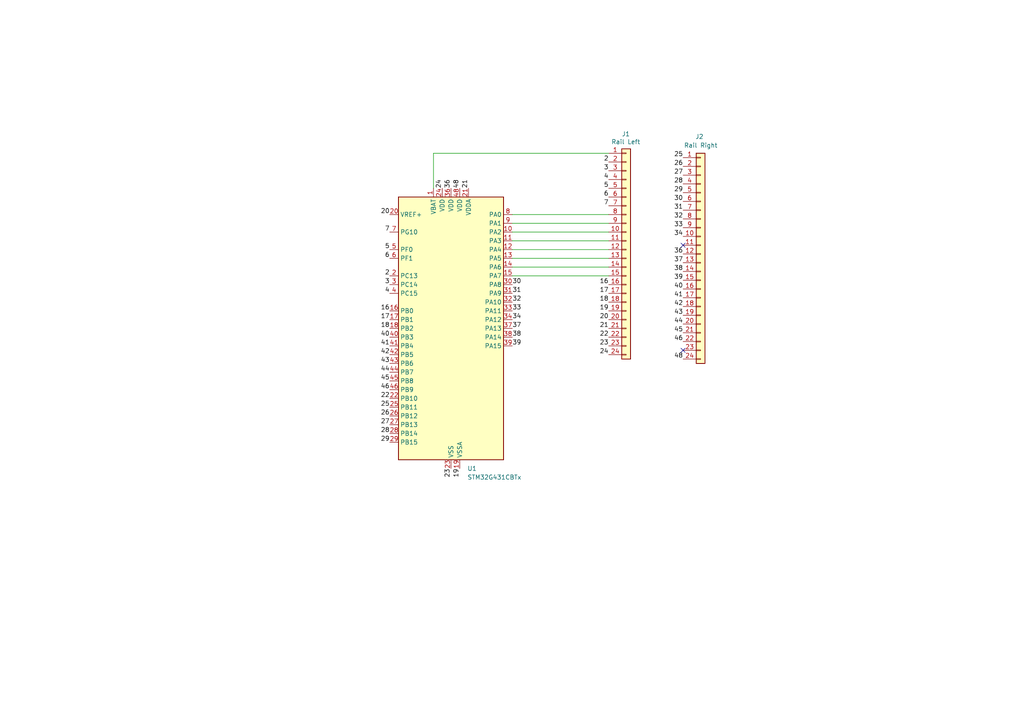
<source format=kicad_sch>
(kicad_sch (version 20231120) (generator "eeschema") (generator_version "8.0")
  (paper "A4")
  (lib_symbols
    (symbol "Connector_Generic:Conn_01x24" (pin_names (offset 1.016) hide)
      (property "Reference" "J" (at 0 30.48 0))
      (property "Value" "Conn_01x24" (at 0 -33.02 0))
      (symbol "Conn_01x24_1_1"
        (rectangle (start -1.27 -30.353) (end 0 -30.607) (stroke (width 0.1524)))
        (rectangle (start -1.27 -27.813) (end 0 -28.067) (stroke (width 0.1524)))
        (rectangle (start -1.27 -25.273) (end 0 -25.527) (stroke (width 0.1524)))
        (rectangle (start -1.27 -22.733) (end 0 -22.987) (stroke (width 0.1524)))
        (rectangle (start -1.27 -20.193) (end 0 -20.447) (stroke (width 0.1524)))
        (rectangle (start -1.27 -17.653) (end 0 -17.907) (stroke (width 0.1524)))
        (rectangle (start -1.27 -15.113) (end 0 -15.367) (stroke (width 0.1524)))
        (rectangle (start -1.27 -12.573) (end 0 -12.827) (stroke (width 0.1524)))
        (rectangle (start -1.27 -10.033) (end 0 -10.287) (stroke (width 0.1524)))
        (rectangle (start -1.27 -7.493) (end 0 -7.747) (stroke (width 0.1524)))
        (rectangle (start -1.27 -4.953) (end 0 -5.207) (stroke (width 0.1524)))
        (rectangle (start -1.27 -2.413) (end 0 -2.667) (stroke (width 0.1524)))
        (rectangle (start -1.27 0.127) (end 0 -0.127) (stroke (width 0.1524)))
        (rectangle (start -1.27 2.667) (end 0 2.413) (stroke (width 0.1524)))
        (rectangle (start -1.27 5.207) (end 0 4.953) (stroke (width 0.1524)))
        (rectangle (start -1.27 7.747) (end 0 7.493) (stroke (width 0.1524)))
        (rectangle (start -1.27 10.287) (end 0 10.033) (stroke (width 0.1524)))
        (rectangle (start -1.27 12.827) (end 0 12.573) (stroke (width 0.1524)))
        (rectangle (start -1.27 15.367) (end 0 15.113) (stroke (width 0.1524)))
        (rectangle (start -1.27 17.907) (end 0 17.653) (stroke (width 0.1524)))
        (rectangle (start -1.27 20.447) (end 0 20.193) (stroke (width 0.1524)))
        (rectangle (start -1.27 22.987) (end 0 22.733) (stroke (width 0.1524)))
        (rectangle (start -1.27 25.527) (end 0 25.273) (stroke (width 0.1524)))
        (rectangle (start -1.27 28.067) (end 0 27.813) (stroke (width 0.1524)))
        (rectangle (start -1.27 29.21) (end 1.27 -31.75) (stroke (width 0.254)) (fill (type background)))
        (pin passive line (at -5.08 27.94 0) (length 3.81) (name "Pin_1") (number "1"))
        (pin passive line (at -5.08 5.08 0) (length 3.81) (name "Pin_10") (number "10"))
        (pin passive line (at -5.08 2.54 0) (length 3.81) (name "Pin_11") (number "11"))
        (pin passive line (at -5.08 0 0) (length 3.81) (name "Pin_12") (number "12"))
        (pin passive line (at -5.08 -2.54 0) (length 3.81) (name "Pin_13") (number "13"))
        (pin passive line (at -5.08 -5.08 0) (length 3.81) (name "Pin_14") (number "14"))
        (pin passive line (at -5.08 -7.62 0) (length 3.81) (name "Pin_15") (number "15"))
        (pin passive line (at -5.08 -10.16 0) (length 3.81) (name "Pin_16") (number "16"))
        (pin passive line (at -5.08 -12.7 0) (length 3.81) (name "Pin_17") (number "17"))
        (pin passive line (at -5.08 -15.24 0) (length 3.81) (name "Pin_18") (number "18"))
        (pin passive line (at -5.08 -17.78 0) (length 3.81) (name "Pin_19") (number "19"))
        (pin passive line (at -5.08 25.4 0) (length 3.81) (name "Pin_2") (number "2"))
        (pin passive line (at -5.08 -20.32 0) (length 3.81) (name "Pin_20") (number "20"))
        (pin passive line (at -5.08 -22.86 0) (length 3.81) (name "Pin_21") (number "21"))
        (pin passive line (at -5.08 -25.4 0) (length 3.81) (name "Pin_22") (number "22"))
        (pin passive line (at -5.08 -27.94 0) (length 3.81) (name "Pin_23") (number "23"))
        (pin passive line (at -5.08 -30.48 0) (length 3.81) (name "Pin_24") (number "24"))
        (pin passive line (at -5.08 22.86 0) (length 3.81) (name "Pin_3") (number "3"))
        (pin passive line (at -5.08 20.32 0) (length 3.81) (name "Pin_4") (number "4"))
        (pin passive line (at -5.08 17.78 0) (length 3.81) (name "Pin_5") (number "5"))
        (pin passive line (at -5.08 15.24 0) (length 3.81) (name "Pin_6") (number "6"))
        (pin passive line (at -5.08 12.7 0) (length 3.81) (name "Pin_7") (number "7"))
        (pin passive line (at -5.08 10.16 0) (length 3.81) (name "Pin_8") (number "8"))
        (pin passive line (at -5.08 7.62 0) (length 3.81) (name "Pin_9") (number "9"))
      )
    )
    (symbol "MCU_ST_STM32G4:STM32G431CBTx"
      (property "Reference" "U" (at -15.24 39.37 0))
      (property "Value" "STM32G431CBTx" (at 7.62 39.37 0))
      (symbol "STM32G431CBTx_0_1"
        (rectangle (start -15.24 -38.1) (end 15.24 38.1) (stroke (width 0.254)) (fill (type background)))
      )
      (symbol "STM32G431CBTx_1_1"
        (pin power_in line (at -5.08 40.64 270) (length 2.54) (name "VBAT") (number "1"))
        (pin bidirectional line (at 17.78 27.94 180) (length 2.54) (name "PA2") (number "10"))
        (pin bidirectional line (at 17.78 25.4 180) (length 2.54) (name "PA3") (number "11"))
        (pin bidirectional line (at 17.78 22.86 180) (length 2.54) (name "PA4") (number "12"))
        (pin bidirectional line (at 17.78 20.32 180) (length 2.54) (name "PA5") (number "13"))
        (pin bidirectional line (at 17.78 17.78 180) (length 2.54) (name "PA6") (number "14"))
        (pin bidirectional line (at 17.78 15.24 180) (length 2.54) (name "PA7") (number "15"))
        (pin bidirectional line (at -17.78 5.08 0) (length 2.54) (name "PB0") (number "16"))
        (pin bidirectional line (at -17.78 2.54 0) (length 2.54) (name "PB1") (number "17"))
        (pin bidirectional line (at -17.78 0 0) (length 2.54) (name "PB2") (number "18"))
        (pin power_in line (at 2.54 -40.64 90) (length 2.54) (name "VSSA") (number "19"))
        (pin bidirectional line (at -17.78 15.24 0) (length 2.54) (name "PC13") (number "2"))
        (pin input line (at -17.78 33.02 0) (length 2.54) (name "VREF+") (number "20"))
        (pin power_in line (at 5.08 40.64 270) (length 2.54) (name "VDDA") (number "21"))
        (pin bidirectional line (at -17.78 -20.32 0) (length 2.54) (name "PB10") (number "22"))
        (pin power_in line (at 0 -40.64 90) (length 2.54) (name "VSS") (number "23"))
        (pin power_in line (at -2.54 40.64 270) (length 2.54) (name "VDD") (number "24"))
        (pin bidirectional line (at -17.78 -22.86 0) (length 2.54) (name "PB11") (number "25"))
        (pin bidirectional line (at -17.78 -25.4 0) (length 2.54) (name "PB12") (number "26"))
        (pin bidirectional line (at -17.78 -27.94 0) (length 2.54) (name "PB13") (number "27"))
        (pin bidirectional line (at -17.78 -30.48 0) (length 2.54) (name "PB14") (number "28"))
        (pin bidirectional line (at -17.78 -33.02 0) (length 2.54) (name "PB15") (number "29"))
        (pin bidirectional line (at -17.78 12.7 0) (length 2.54) (name "PC14") (number "3"))
        (pin bidirectional line (at 17.78 12.7 180) (length 2.54) (name "PA8") (number "30"))
        (pin bidirectional line (at 17.78 10.16 180) (length 2.54) (name "PA9") (number "31"))
        (pin bidirectional line (at 17.78 7.62 180) (length 2.54) (name "PA10") (number "32"))
        (pin bidirectional line (at 17.78 5.08 180) (length 2.54) (name "PA11") (number "33"))
        (pin bidirectional line (at 17.78 2.54 180) (length 2.54) (name "PA12") (number "34"))
        (pin passive line (at 0 -40.64 90) (length 2.54) hide (name "VSS") (number "35"))
        (pin power_in line (at 0 40.64 270) (length 2.54) (name "VDD") (number "36"))
        (pin bidirectional line (at 17.78 0 180) (length 2.54) (name "PA13") (number "37"))
        (pin bidirectional line (at 17.78 -2.54 180) (length 2.54) (name "PA14") (number "38"))
        (pin bidirectional line (at 17.78 -5.08 180) (length 2.54) (name "PA15") (number "39"))
        (pin bidirectional line (at -17.78 10.16 0) (length 2.54) (name "PC15") (number "4"))
        (pin bidirectional line (at -17.78 -2.54 0) (length 2.54) (name "PB3") (number "40"))
        (pin bidirectional line (at -17.78 -5.08 0) (length 2.54) (name "PB4") (number "41"))
        (pin bidirectional line (at -17.78 -7.62 0) (length 2.54) (name "PB5") (number "42"))
        (pin bidirectional line (at -17.78 -10.16 0) (length 2.54) (name "PB6") (number "43"))
        (pin bidirectional line (at -17.78 -12.7 0) (length 2.54) (name "PB7") (number "44"))
        (pin bidirectional line (at -17.78 -15.24 0) (length 2.54) (name "PB8") (number "45"))
        (pin bidirectional line (at -17.78 -17.78 0) (length 2.54) (name "PB9") (number "46"))
        (pin passive line (at 0 -40.64 90) (length 2.54) hide (name "VSS") (number "47"))
        (pin power_in line (at 2.54 40.64 270) (length 2.54) (name "VDD") (number "48"))
        (pin bidirectional line (at -17.78 22.86 0) (length 2.54) (name "PF0") (number "5"))
        (pin bidirectional line (at -17.78 20.32 0) (length 2.54) (name "PF1") (number "6"))
        (pin bidirectional line (at -17.78 27.94 0) (length 2.54) (name "PG10") (number "7"))
        (pin bidirectional line (at 17.78 33.02 180) (length 2.54) (name "PA0") (number "8"))
        (pin bidirectional line (at 17.78 30.48 180) (length 2.54) (name "PA1") (number "9"))
      )
    )
  )
  (no_connect (at 198.12 101.6))
  (no_connect (at 198.12 71.12))
  (wire (pts (xy 148.59 77.47) (xy 176.53 77.47)))
  (wire (pts (xy 148.59 67.31) (xy 176.53 67.31)))
  (wire (pts (xy 125.73 44.45) (xy 176.53 44.45)))
  (wire (pts (xy 148.59 74.93) (xy 176.53 74.93)))
  (wire (pts (xy 148.59 64.77) (xy 176.53 64.77)))
  (wire (pts (xy 148.59 62.23) (xy 176.53 62.23)))
  (wire (pts (xy 148.59 69.85) (xy 176.53 69.85)))
  (wire (pts (xy 125.73 54.61) (xy 125.73 44.45)))
  (wire (pts (xy 148.59 80.01) (xy 176.53 80.01)))
  (wire (pts (xy 148.59 72.39) (xy 176.53 72.39)))
  (label "40" (at 198.12 83.82 180))
  (label "33" (at 198.12 66.04 180))
  (label "6" (at 113.03 74.93 180))
  (label "20" (at 113.03 62.23 180))
  (label "41" (at 198.12 86.36 180))
  (label "18" (at 176.53 87.63 180))
  (label "33" (at 148.59 90.17 0))
  (label "19" (at 133.35 135.89 270))
  (label "25" (at 198.12 45.72 180))
  (label "25" (at 113.03 118.11 180))
  (label "23" (at 130.81 135.89 270))
  (label "27" (at 198.12 50.8 180))
  (label "41" (at 113.03 100.33 180))
  (label "5" (at 113.03 72.39 180))
  (label "36" (at 198.12 73.66 180))
  (label "22" (at 176.53 97.79 180))
  (label "30" (at 198.12 58.42 180))
  (label "2" (at 113.03 80.01 180))
  (label "37" (at 148.59 95.25 0))
  (label "21" (at 135.89 54.61 90))
  (label "18" (at 113.03 95.25 180))
  (label "7" (at 113.03 67.31 180))
  (label "21" (at 176.53 95.25 180))
  (label "2" (at 176.53 46.99 180))
  (label "48" (at 198.12 104.14 180))
  (label "34" (at 198.12 68.58 180))
  (label "27" (at 113.03 123.19 180))
  (label "17" (at 176.53 85.09 180))
  (label "22" (at 113.03 115.57 180))
  (label "44" (at 113.03 107.95 180))
  (label "7" (at 176.53 59.69 180))
  (label "46" (at 198.12 99.06 180))
  (label "32" (at 198.12 63.5 180))
  (label "43" (at 113.03 105.41 180))
  (label "46" (at 113.03 113.03 180))
  (label "42" (at 198.12 88.9 180))
  (label "19" (at 176.53 90.17 180))
  (label "31" (at 198.12 60.96 180))
  (label "42" (at 113.03 102.87 180))
  (label "39" (at 198.12 81.28 180))
  (label "38" (at 148.59 97.79 0))
  (label "34" (at 148.59 92.71 0))
  (label "36" (at 130.81 54.61 90))
  (label "28" (at 198.12 53.34 180))
  (label "3" (at 113.03 82.55 180))
  (label "30" (at 148.59 82.55 0))
  (label "40" (at 113.03 97.79 180))
  (label "6" (at 176.53 57.15 180))
  (label "26" (at 113.03 120.65 180))
  (label "23" (at 176.53 100.33 180))
  (label "4" (at 176.53 52.07 180))
  (label "17" (at 113.03 92.71 180))
  (label "39" (at 148.59 100.33 0))
  (label "20" (at 176.53 92.71 180))
  (label "24" (at 128.27 54.61 90))
  (label "4" (at 113.03 85.09 180))
  (label "29" (at 198.12 55.88 180))
  (label "3" (at 176.53 49.53 180))
  (label "44" (at 198.12 93.98 180))
  (label "29" (at 113.03 128.27 180))
  (label "5" (at 176.53 54.61 180))
  (label "24" (at 176.53 102.87 180))
  (label "43" (at 198.12 91.44 180))
  (label "16" (at 113.03 90.17 180))
  (label "48" (at 133.35 54.61 90))
  (label "31" (at 148.59 85.09 0))
  (label "45" (at 113.03 110.49 180))
  (label "38" (at 198.12 78.74 180))
  (label "16" (at 176.53 82.55 180))
  (label "45" (at 198.12 96.52 180))
  (label "37" (at 198.12 76.2 180))
  (label "26" (at 198.12 48.26 180))
  (label "28" (at 113.03 125.73 180))
  (label "32" (at 148.59 87.63 0))
  (symbol (lib_id "Connector_Generic:Conn_01x24") (at 181.61 72.39 0) (unit 1)
    (property "Reference" "J1" (at 180.34 38.862 0) (effects (justify left)))
    (property "Value" "Rail Left" (at 177.292 41.148 0) (effects (justify left)))
    (property "Footprint" "Connector_PinHeader_2.54mm:PinHeader_1x24_P2.54mm_Vertical" (effects (hide yes)))
    (property "Description" "Generic connector, single row, 01x24, script generated (kicad-library-utils/schlib/autogen/connector/)" (effects (hide yes)))
  )
  (symbol (lib_id "MCU_ST_STM32G4:STM32G431CBTx") (at 130.81 95.25 0) (unit 1)
    (property "Reference" "U1" (at 135.5441 135.89 0) (effects (justify left)))
    (property "Value" "STM32G431CBTx" (at 135.5441 138.43 0) (effects (justify left)))
    (property "Footprint" "Package_QFP:LQFP-48_7x7mm_P0.5mm" (effects (hide yes)))
    (property "Datasheet" "https://www.st.com/resource/en/datasheet/stm32g431cb.pdf" (effects (hide yes)))
    (property "Description" "STMicroelectronics Arm Cortex-M4 MCU, 128KB flash, 32KB RAM, 170 MHz, 1.71-3.6V, 38 GPIO, LQFP48" (effects (hide yes)))
  )
  (symbol (lib_id "Connector_Generic:Conn_01x24") (at 203.2 73.66 0) (unit 1)
    (property "Reference" "J2" (at 201.676 39.624 0) (effects (justify left)))
    (property "Value" "Rail Right" (at 198.374 42.164 0) (effects (justify left)))
    (property "Footprint" "Connector_PinHeader_2.54mm:PinHeader_1x24_P2.54mm_Vertical" (effects (hide yes)))
    (property "Description" "Generic connector, single row, 01x24, script generated (kicad-library-utils/schlib/autogen/connector/)" (effects (hide yes)))
  )
)
</source>
